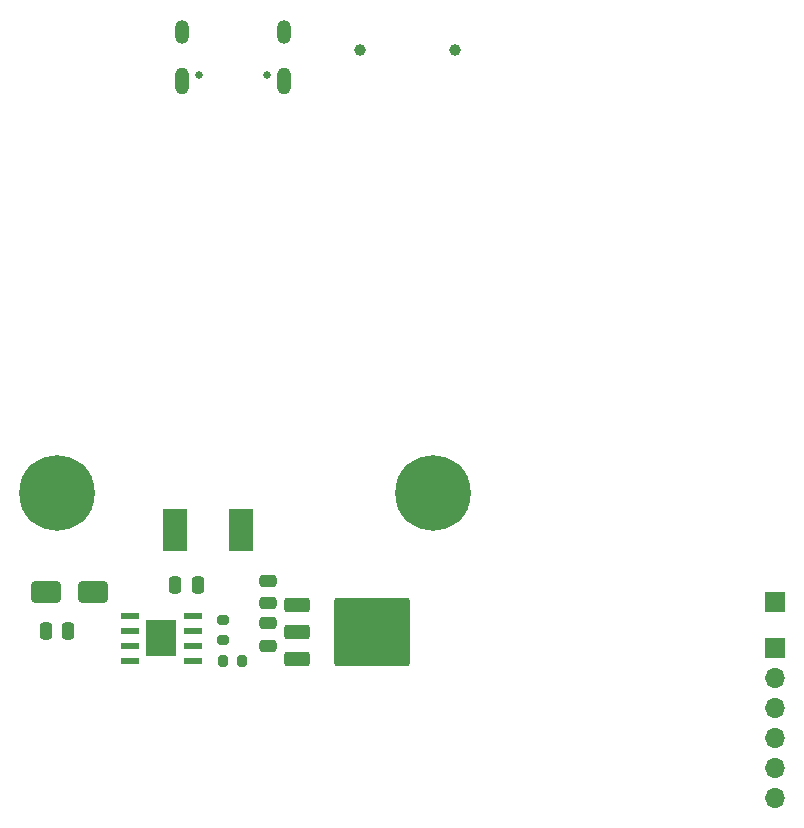
<source format=gbr>
%TF.GenerationSoftware,KiCad,Pcbnew,8.0.5*%
%TF.CreationDate,2024-10-15T16:33:48+02:00*%
%TF.ProjectId,Leiterkarte-v2,4c656974-6572-46b6-9172-74652d76322e,rev?*%
%TF.SameCoordinates,Original*%
%TF.FileFunction,Soldermask,Bot*%
%TF.FilePolarity,Negative*%
%FSLAX46Y46*%
G04 Gerber Fmt 4.6, Leading zero omitted, Abs format (unit mm)*
G04 Created by KiCad (PCBNEW 8.0.5) date 2024-10-15 16:33:48*
%MOMM*%
%LPD*%
G01*
G04 APERTURE LIST*
G04 Aperture macros list*
%AMRoundRect*
0 Rectangle with rounded corners*
0 $1 Rounding radius*
0 $2 $3 $4 $5 $6 $7 $8 $9 X,Y pos of 4 corners*
0 Add a 4 corners polygon primitive as box body*
4,1,4,$2,$3,$4,$5,$6,$7,$8,$9,$2,$3,0*
0 Add four circle primitives for the rounded corners*
1,1,$1+$1,$2,$3*
1,1,$1+$1,$4,$5*
1,1,$1+$1,$6,$7*
1,1,$1+$1,$8,$9*
0 Add four rect primitives between the rounded corners*
20,1,$1+$1,$2,$3,$4,$5,0*
20,1,$1+$1,$4,$5,$6,$7,0*
20,1,$1+$1,$6,$7,$8,$9,0*
20,1,$1+$1,$8,$9,$2,$3,0*%
G04 Aperture macros list end*
%ADD10C,1.000000*%
%ADD11R,1.700000X1.700000*%
%ADD12O,1.700000X1.700000*%
%ADD13O,1.204000X2.004000*%
%ADD14O,1.204000X2.304000*%
%ADD15C,0.650000*%
%ADD16C,6.400000*%
%ADD17RoundRect,0.250000X-0.250000X-0.475000X0.250000X-0.475000X0.250000X0.475000X-0.250000X0.475000X0*%
%ADD18R,1.550000X0.600000*%
%ADD19R,2.600000X3.100000*%
%ADD20RoundRect,0.250000X0.475000X-0.250000X0.475000X0.250000X-0.475000X0.250000X-0.475000X-0.250000X0*%
%ADD21RoundRect,0.200000X0.275000X-0.200000X0.275000X0.200000X-0.275000X0.200000X-0.275000X-0.200000X0*%
%ADD22RoundRect,0.200000X-0.200000X-0.275000X0.200000X-0.275000X0.200000X0.275000X-0.200000X0.275000X0*%
%ADD23RoundRect,0.250000X-0.850000X-0.350000X0.850000X-0.350000X0.850000X0.350000X-0.850000X0.350000X0*%
%ADD24RoundRect,0.249997X-2.950003X-2.650003X2.950003X-2.650003X2.950003X2.650003X-2.950003X2.650003X0*%
%ADD25RoundRect,0.250000X0.250000X0.475000X-0.250000X0.475000X-0.250000X-0.475000X0.250000X-0.475000X0*%
%ADD26RoundRect,0.250000X1.000000X0.650000X-1.000000X0.650000X-1.000000X-0.650000X1.000000X-0.650000X0*%
%ADD27RoundRect,0.102000X-0.925000X-1.700000X0.925000X-1.700000X0.925000X1.700000X-0.925000X1.700000X0*%
G04 APERTURE END LIST*
D10*
%TO.C,SD1*%
X116000000Y-52762500D03*
X124000000Y-52762500D03*
%TD*%
D11*
%TO.C,Buttons1*%
X151100000Y-103400000D03*
D12*
X151100000Y-105940000D03*
X151100000Y-108480000D03*
X151100000Y-111020000D03*
X151100000Y-113560000D03*
X151100000Y-116100000D03*
%TD*%
D13*
%TO.C,USBC1*%
X100880000Y-51200000D03*
X109520000Y-51200000D03*
D14*
X100880000Y-55380000D03*
X109520000Y-55380000D03*
D15*
X102310000Y-54880000D03*
X108090000Y-54880000D03*
%TD*%
D16*
%TO.C,Vcc1*%
X90300000Y-90250000D03*
%TD*%
%TO.C,GND1*%
X122100000Y-90250000D03*
%TD*%
D11*
%TO.C,RPM1*%
X151100000Y-99500000D03*
%TD*%
D17*
%TO.C,Cboot1*%
X100300000Y-98050000D03*
X102200000Y-98050000D03*
%TD*%
D18*
%TO.C,5V1*%
X101850000Y-100645000D03*
X101850000Y-101915000D03*
X101850000Y-103185000D03*
X101850000Y-104455000D03*
X96450000Y-104455000D03*
X96450000Y-103185000D03*
X96450000Y-101915000D03*
X96450000Y-100645000D03*
D19*
X99150000Y-102550000D03*
%TD*%
D20*
%TO.C,Cin2*%
X108150000Y-103200000D03*
X108150000Y-101300000D03*
%TD*%
%TO.C,Cout1*%
X108150000Y-99600000D03*
X108150000Y-97700000D03*
%TD*%
D21*
%TO.C,Rfbt1*%
X104350000Y-102675000D03*
X104350000Y-101025000D03*
%TD*%
D22*
%TO.C,Rfbb1*%
X104325000Y-104450000D03*
X105975000Y-104450000D03*
%TD*%
D23*
%TO.C,3.3V1*%
X110650000Y-104280000D03*
X110650000Y-102000000D03*
D24*
X116950000Y-102000000D03*
D23*
X110650000Y-99720000D03*
%TD*%
D25*
%TO.C,Cin1*%
X91250000Y-101900000D03*
X89350000Y-101900000D03*
%TD*%
D26*
%TO.C,D1*%
X93350000Y-98600000D03*
X89350000Y-98600000D03*
%TD*%
D27*
%TO.C,L1*%
X100325000Y-93400000D03*
X105875000Y-93400000D03*
%TD*%
M02*

</source>
